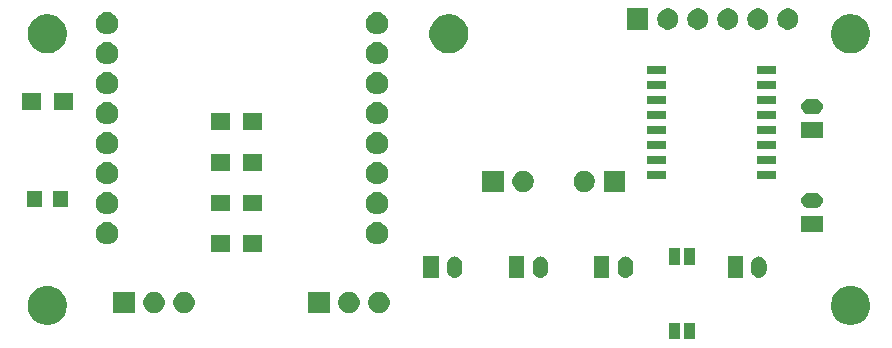
<source format=gbr>
G04 #@! TF.GenerationSoftware,KiCad,Pcbnew,(5.1.5)-3*
G04 #@! TF.CreationDate,2020-09-11T08:57:55+01:00*
G04 #@! TF.ProjectId,ESPControllerCircuit,45535043-6f6e-4747-926f-6c6c65724369,rev?*
G04 #@! TF.SameCoordinates,Original*
G04 #@! TF.FileFunction,Soldermask,Top*
G04 #@! TF.FilePolarity,Negative*
%FSLAX46Y46*%
G04 Gerber Fmt 4.6, Leading zero omitted, Abs format (unit mm)*
G04 Created by KiCad (PCBNEW (5.1.5)-3) date 2020-09-11 08:57:55*
%MOMM*%
%LPD*%
G04 APERTURE LIST*
%ADD10C,0.100000*%
G04 APERTURE END LIST*
D10*
G36*
X130841000Y-131351000D02*
G01*
X129939000Y-131351000D01*
X129939000Y-129949000D01*
X130841000Y-129949000D01*
X130841000Y-131351000D01*
G37*
G36*
X129561000Y-131351000D02*
G01*
X128659000Y-131351000D01*
X128659000Y-129949000D01*
X129561000Y-129949000D01*
X129561000Y-131351000D01*
G37*
G36*
X76375256Y-126891298D02*
G01*
X76481579Y-126912447D01*
X76782042Y-127036903D01*
X77052451Y-127217585D01*
X77282415Y-127447549D01*
X77463097Y-127717958D01*
X77574616Y-127987188D01*
X77587553Y-128018422D01*
X77651000Y-128337389D01*
X77651000Y-128662611D01*
X77618827Y-128824353D01*
X77587553Y-128981579D01*
X77463097Y-129282042D01*
X77282415Y-129552451D01*
X77052451Y-129782415D01*
X76782042Y-129963097D01*
X76481579Y-130087553D01*
X76375256Y-130108702D01*
X76162611Y-130151000D01*
X75837389Y-130151000D01*
X75624744Y-130108702D01*
X75518421Y-130087553D01*
X75217958Y-129963097D01*
X74947549Y-129782415D01*
X74717585Y-129552451D01*
X74536903Y-129282042D01*
X74412447Y-128981579D01*
X74381173Y-128824353D01*
X74349000Y-128662611D01*
X74349000Y-128337389D01*
X74412447Y-128018422D01*
X74425385Y-127987188D01*
X74536903Y-127717958D01*
X74717585Y-127447549D01*
X74947549Y-127217585D01*
X75217958Y-127036903D01*
X75518421Y-126912447D01*
X75624744Y-126891298D01*
X75837389Y-126849000D01*
X76162611Y-126849000D01*
X76375256Y-126891298D01*
G37*
G36*
X144375256Y-126891298D02*
G01*
X144481579Y-126912447D01*
X144782042Y-127036903D01*
X145052451Y-127217585D01*
X145282415Y-127447549D01*
X145463097Y-127717958D01*
X145574616Y-127987188D01*
X145587553Y-128018422D01*
X145651000Y-128337389D01*
X145651000Y-128662611D01*
X145618827Y-128824353D01*
X145587553Y-128981579D01*
X145463097Y-129282042D01*
X145282415Y-129552451D01*
X145052451Y-129782415D01*
X144782042Y-129963097D01*
X144481579Y-130087553D01*
X144375256Y-130108702D01*
X144162611Y-130151000D01*
X143837389Y-130151000D01*
X143624744Y-130108702D01*
X143518421Y-130087553D01*
X143217958Y-129963097D01*
X142947549Y-129782415D01*
X142717585Y-129552451D01*
X142536903Y-129282042D01*
X142412447Y-128981579D01*
X142381173Y-128824353D01*
X142349000Y-128662611D01*
X142349000Y-128337389D01*
X142412447Y-128018422D01*
X142425385Y-127987188D01*
X142536903Y-127717958D01*
X142717585Y-127447549D01*
X142947549Y-127217585D01*
X143217958Y-127036903D01*
X143518421Y-126912447D01*
X143624744Y-126891298D01*
X143837389Y-126849000D01*
X144162611Y-126849000D01*
X144375256Y-126891298D01*
G37*
G36*
X87693512Y-127353927D02*
G01*
X87842812Y-127383624D01*
X88006784Y-127451544D01*
X88154354Y-127550147D01*
X88279853Y-127675646D01*
X88378456Y-127823216D01*
X88446376Y-127987188D01*
X88481000Y-128161259D01*
X88481000Y-128338741D01*
X88446376Y-128512812D01*
X88378456Y-128676784D01*
X88279853Y-128824354D01*
X88154354Y-128949853D01*
X88006784Y-129048456D01*
X87842812Y-129116376D01*
X87693512Y-129146073D01*
X87668742Y-129151000D01*
X87491258Y-129151000D01*
X87466488Y-129146073D01*
X87317188Y-129116376D01*
X87153216Y-129048456D01*
X87005646Y-128949853D01*
X86880147Y-128824354D01*
X86781544Y-128676784D01*
X86713624Y-128512812D01*
X86679000Y-128338741D01*
X86679000Y-128161259D01*
X86713624Y-127987188D01*
X86781544Y-127823216D01*
X86880147Y-127675646D01*
X87005646Y-127550147D01*
X87153216Y-127451544D01*
X87317188Y-127383624D01*
X87466488Y-127353927D01*
X87491258Y-127349000D01*
X87668742Y-127349000D01*
X87693512Y-127353927D01*
G37*
G36*
X85153512Y-127353927D02*
G01*
X85302812Y-127383624D01*
X85466784Y-127451544D01*
X85614354Y-127550147D01*
X85739853Y-127675646D01*
X85838456Y-127823216D01*
X85906376Y-127987188D01*
X85941000Y-128161259D01*
X85941000Y-128338741D01*
X85906376Y-128512812D01*
X85838456Y-128676784D01*
X85739853Y-128824354D01*
X85614354Y-128949853D01*
X85466784Y-129048456D01*
X85302812Y-129116376D01*
X85153512Y-129146073D01*
X85128742Y-129151000D01*
X84951258Y-129151000D01*
X84926488Y-129146073D01*
X84777188Y-129116376D01*
X84613216Y-129048456D01*
X84465646Y-128949853D01*
X84340147Y-128824354D01*
X84241544Y-128676784D01*
X84173624Y-128512812D01*
X84139000Y-128338741D01*
X84139000Y-128161259D01*
X84173624Y-127987188D01*
X84241544Y-127823216D01*
X84340147Y-127675646D01*
X84465646Y-127550147D01*
X84613216Y-127451544D01*
X84777188Y-127383624D01*
X84926488Y-127353927D01*
X84951258Y-127349000D01*
X85128742Y-127349000D01*
X85153512Y-127353927D01*
G37*
G36*
X83401000Y-129151000D02*
G01*
X81599000Y-129151000D01*
X81599000Y-127349000D01*
X83401000Y-127349000D01*
X83401000Y-129151000D01*
G37*
G36*
X104193512Y-127353927D02*
G01*
X104342812Y-127383624D01*
X104506784Y-127451544D01*
X104654354Y-127550147D01*
X104779853Y-127675646D01*
X104878456Y-127823216D01*
X104946376Y-127987188D01*
X104981000Y-128161259D01*
X104981000Y-128338741D01*
X104946376Y-128512812D01*
X104878456Y-128676784D01*
X104779853Y-128824354D01*
X104654354Y-128949853D01*
X104506784Y-129048456D01*
X104342812Y-129116376D01*
X104193512Y-129146073D01*
X104168742Y-129151000D01*
X103991258Y-129151000D01*
X103966488Y-129146073D01*
X103817188Y-129116376D01*
X103653216Y-129048456D01*
X103505646Y-128949853D01*
X103380147Y-128824354D01*
X103281544Y-128676784D01*
X103213624Y-128512812D01*
X103179000Y-128338741D01*
X103179000Y-128161259D01*
X103213624Y-127987188D01*
X103281544Y-127823216D01*
X103380147Y-127675646D01*
X103505646Y-127550147D01*
X103653216Y-127451544D01*
X103817188Y-127383624D01*
X103966488Y-127353927D01*
X103991258Y-127349000D01*
X104168742Y-127349000D01*
X104193512Y-127353927D01*
G37*
G36*
X101653512Y-127353927D02*
G01*
X101802812Y-127383624D01*
X101966784Y-127451544D01*
X102114354Y-127550147D01*
X102239853Y-127675646D01*
X102338456Y-127823216D01*
X102406376Y-127987188D01*
X102441000Y-128161259D01*
X102441000Y-128338741D01*
X102406376Y-128512812D01*
X102338456Y-128676784D01*
X102239853Y-128824354D01*
X102114354Y-128949853D01*
X101966784Y-129048456D01*
X101802812Y-129116376D01*
X101653512Y-129146073D01*
X101628742Y-129151000D01*
X101451258Y-129151000D01*
X101426488Y-129146073D01*
X101277188Y-129116376D01*
X101113216Y-129048456D01*
X100965646Y-128949853D01*
X100840147Y-128824354D01*
X100741544Y-128676784D01*
X100673624Y-128512812D01*
X100639000Y-128338741D01*
X100639000Y-128161259D01*
X100673624Y-127987188D01*
X100741544Y-127823216D01*
X100840147Y-127675646D01*
X100965646Y-127550147D01*
X101113216Y-127451544D01*
X101277188Y-127383624D01*
X101426488Y-127353927D01*
X101451258Y-127349000D01*
X101628742Y-127349000D01*
X101653512Y-127353927D01*
G37*
G36*
X99901000Y-129151000D02*
G01*
X98099000Y-129151000D01*
X98099000Y-127349000D01*
X99901000Y-127349000D01*
X99901000Y-129151000D01*
G37*
G36*
X117877617Y-124358420D02*
G01*
X117968403Y-124385960D01*
X118000335Y-124395646D01*
X118113424Y-124456094D01*
X118212554Y-124537447D01*
X118293906Y-124636575D01*
X118354354Y-124749664D01*
X118364040Y-124781596D01*
X118391580Y-124872382D01*
X118401000Y-124968027D01*
X118401000Y-125531973D01*
X118391580Y-125627618D01*
X118364040Y-125718404D01*
X118354354Y-125750336D01*
X118293906Y-125863425D01*
X118212554Y-125962554D01*
X118113425Y-126043906D01*
X118000336Y-126104354D01*
X117968404Y-126114040D01*
X117877618Y-126141580D01*
X117750000Y-126154149D01*
X117622383Y-126141580D01*
X117531597Y-126114040D01*
X117499665Y-126104354D01*
X117386576Y-126043906D01*
X117287447Y-125962553D01*
X117206094Y-125863425D01*
X117145646Y-125750336D01*
X117135960Y-125718404D01*
X117108420Y-125627618D01*
X117099000Y-125531973D01*
X117099000Y-124968028D01*
X117108420Y-124872383D01*
X117145645Y-124749669D01*
X117145646Y-124749665D01*
X117206094Y-124636576D01*
X117287447Y-124537446D01*
X117386575Y-124456094D01*
X117499664Y-124395646D01*
X117531596Y-124385960D01*
X117622382Y-124358420D01*
X117750000Y-124345851D01*
X117877617Y-124358420D01*
G37*
G36*
X110627617Y-124358420D02*
G01*
X110718403Y-124385960D01*
X110750335Y-124395646D01*
X110863424Y-124456094D01*
X110962554Y-124537447D01*
X111043906Y-124636575D01*
X111104354Y-124749664D01*
X111114040Y-124781596D01*
X111141580Y-124872382D01*
X111151000Y-124968027D01*
X111151000Y-125531973D01*
X111141580Y-125627618D01*
X111114040Y-125718404D01*
X111104354Y-125750336D01*
X111043906Y-125863425D01*
X110962554Y-125962554D01*
X110863425Y-126043906D01*
X110750336Y-126104354D01*
X110718404Y-126114040D01*
X110627618Y-126141580D01*
X110500000Y-126154149D01*
X110372383Y-126141580D01*
X110281597Y-126114040D01*
X110249665Y-126104354D01*
X110136576Y-126043906D01*
X110037447Y-125962553D01*
X109956094Y-125863425D01*
X109895646Y-125750336D01*
X109885960Y-125718404D01*
X109858420Y-125627618D01*
X109849000Y-125531973D01*
X109849000Y-124968028D01*
X109858420Y-124872383D01*
X109895645Y-124749669D01*
X109895646Y-124749665D01*
X109956094Y-124636576D01*
X110037447Y-124537446D01*
X110136575Y-124456094D01*
X110249664Y-124395646D01*
X110281596Y-124385960D01*
X110372382Y-124358420D01*
X110500000Y-124345851D01*
X110627617Y-124358420D01*
G37*
G36*
X136377617Y-124358420D02*
G01*
X136468403Y-124385960D01*
X136500335Y-124395646D01*
X136613424Y-124456094D01*
X136712554Y-124537447D01*
X136793906Y-124636575D01*
X136854354Y-124749664D01*
X136864040Y-124781596D01*
X136891580Y-124872382D01*
X136901000Y-124968027D01*
X136901000Y-125531973D01*
X136891580Y-125627618D01*
X136864040Y-125718404D01*
X136854354Y-125750336D01*
X136793906Y-125863425D01*
X136712554Y-125962554D01*
X136613425Y-126043906D01*
X136500336Y-126104354D01*
X136468404Y-126114040D01*
X136377618Y-126141580D01*
X136250000Y-126154149D01*
X136122383Y-126141580D01*
X136031597Y-126114040D01*
X135999665Y-126104354D01*
X135886576Y-126043906D01*
X135787447Y-125962553D01*
X135706094Y-125863425D01*
X135645646Y-125750336D01*
X135635960Y-125718404D01*
X135608420Y-125627618D01*
X135599000Y-125531973D01*
X135599000Y-124968028D01*
X135608420Y-124872383D01*
X135645645Y-124749669D01*
X135645646Y-124749665D01*
X135706094Y-124636576D01*
X135787447Y-124537446D01*
X135886575Y-124456094D01*
X135999664Y-124395646D01*
X136031596Y-124385960D01*
X136122382Y-124358420D01*
X136250000Y-124345851D01*
X136377617Y-124358420D01*
G37*
G36*
X125077617Y-124358420D02*
G01*
X125168403Y-124385960D01*
X125200335Y-124395646D01*
X125313424Y-124456094D01*
X125412554Y-124537447D01*
X125493906Y-124636575D01*
X125554354Y-124749664D01*
X125564040Y-124781596D01*
X125591580Y-124872382D01*
X125601000Y-124968027D01*
X125601000Y-125531973D01*
X125591580Y-125627618D01*
X125564040Y-125718404D01*
X125554354Y-125750336D01*
X125493906Y-125863425D01*
X125412554Y-125962554D01*
X125313425Y-126043906D01*
X125200336Y-126104354D01*
X125168404Y-126114040D01*
X125077618Y-126141580D01*
X124950000Y-126154149D01*
X124822383Y-126141580D01*
X124731597Y-126114040D01*
X124699665Y-126104354D01*
X124586576Y-126043906D01*
X124487447Y-125962553D01*
X124406094Y-125863425D01*
X124345646Y-125750336D01*
X124335960Y-125718404D01*
X124308420Y-125627618D01*
X124299000Y-125531973D01*
X124299000Y-124968028D01*
X124308420Y-124872383D01*
X124345645Y-124749669D01*
X124345646Y-124749665D01*
X124406094Y-124636576D01*
X124487447Y-124537446D01*
X124586575Y-124456094D01*
X124699664Y-124395646D01*
X124731596Y-124385960D01*
X124822382Y-124358420D01*
X124950000Y-124345851D01*
X125077617Y-124358420D01*
G37*
G36*
X116401000Y-126151000D02*
G01*
X115099000Y-126151000D01*
X115099000Y-124349000D01*
X116401000Y-124349000D01*
X116401000Y-126151000D01*
G37*
G36*
X123601000Y-126151000D02*
G01*
X122299000Y-126151000D01*
X122299000Y-124349000D01*
X123601000Y-124349000D01*
X123601000Y-126151000D01*
G37*
G36*
X134901000Y-126151000D02*
G01*
X133599000Y-126151000D01*
X133599000Y-124349000D01*
X134901000Y-124349000D01*
X134901000Y-126151000D01*
G37*
G36*
X109151000Y-126151000D02*
G01*
X107849000Y-126151000D01*
X107849000Y-124349000D01*
X109151000Y-124349000D01*
X109151000Y-126151000D01*
G37*
G36*
X130841000Y-125051000D02*
G01*
X129939000Y-125051000D01*
X129939000Y-123649000D01*
X130841000Y-123649000D01*
X130841000Y-125051000D01*
G37*
G36*
X129561000Y-125051000D02*
G01*
X128659000Y-125051000D01*
X128659000Y-123649000D01*
X129561000Y-123649000D01*
X129561000Y-125051000D01*
G37*
G36*
X94151000Y-123951000D02*
G01*
X92549000Y-123951000D01*
X92549000Y-122549000D01*
X94151000Y-122549000D01*
X94151000Y-123951000D01*
G37*
G36*
X91451000Y-123951000D02*
G01*
X89849000Y-123951000D01*
X89849000Y-122549000D01*
X91451000Y-122549000D01*
X91451000Y-123951000D01*
G37*
G36*
X104207395Y-121475546D02*
G01*
X104380466Y-121547234D01*
X104380467Y-121547235D01*
X104536227Y-121651310D01*
X104668690Y-121783773D01*
X104668691Y-121783775D01*
X104772766Y-121939534D01*
X104844454Y-122112605D01*
X104881000Y-122296333D01*
X104881000Y-122483667D01*
X104844454Y-122667395D01*
X104772766Y-122840466D01*
X104772765Y-122840467D01*
X104668690Y-122996227D01*
X104536227Y-123128690D01*
X104457818Y-123181081D01*
X104380466Y-123232766D01*
X104207395Y-123304454D01*
X104023667Y-123341000D01*
X103836333Y-123341000D01*
X103652605Y-123304454D01*
X103479534Y-123232766D01*
X103402182Y-123181081D01*
X103323773Y-123128690D01*
X103191310Y-122996227D01*
X103087235Y-122840467D01*
X103087234Y-122840466D01*
X103015546Y-122667395D01*
X102979000Y-122483667D01*
X102979000Y-122296333D01*
X103015546Y-122112605D01*
X103087234Y-121939534D01*
X103191309Y-121783775D01*
X103191310Y-121783773D01*
X103323773Y-121651310D01*
X103479533Y-121547235D01*
X103479534Y-121547234D01*
X103652605Y-121475546D01*
X103836333Y-121439000D01*
X104023667Y-121439000D01*
X104207395Y-121475546D01*
G37*
G36*
X81347395Y-121475546D02*
G01*
X81520466Y-121547234D01*
X81520467Y-121547235D01*
X81676227Y-121651310D01*
X81808690Y-121783773D01*
X81808691Y-121783775D01*
X81912766Y-121939534D01*
X81984454Y-122112605D01*
X82021000Y-122296333D01*
X82021000Y-122483667D01*
X81984454Y-122667395D01*
X81912766Y-122840466D01*
X81912765Y-122840467D01*
X81808690Y-122996227D01*
X81676227Y-123128690D01*
X81597818Y-123181081D01*
X81520466Y-123232766D01*
X81347395Y-123304454D01*
X81163667Y-123341000D01*
X80976333Y-123341000D01*
X80792605Y-123304454D01*
X80619534Y-123232766D01*
X80542182Y-123181081D01*
X80463773Y-123128690D01*
X80331310Y-122996227D01*
X80227235Y-122840467D01*
X80227234Y-122840466D01*
X80155546Y-122667395D01*
X80119000Y-122483667D01*
X80119000Y-122296333D01*
X80155546Y-122112605D01*
X80227234Y-121939534D01*
X80331309Y-121783775D01*
X80331310Y-121783773D01*
X80463773Y-121651310D01*
X80619533Y-121547235D01*
X80619534Y-121547234D01*
X80792605Y-121475546D01*
X80976333Y-121439000D01*
X81163667Y-121439000D01*
X81347395Y-121475546D01*
G37*
G36*
X141651000Y-122251000D02*
G01*
X139849000Y-122251000D01*
X139849000Y-120949000D01*
X141651000Y-120949000D01*
X141651000Y-122251000D01*
G37*
G36*
X81347395Y-118935546D02*
G01*
X81520466Y-119007234D01*
X81520467Y-119007235D01*
X81676227Y-119111310D01*
X81808690Y-119243773D01*
X81808691Y-119243775D01*
X81912766Y-119399534D01*
X81984454Y-119572605D01*
X82021000Y-119756333D01*
X82021000Y-119943667D01*
X81984454Y-120127395D01*
X81912766Y-120300466D01*
X81912765Y-120300467D01*
X81808690Y-120456227D01*
X81676227Y-120588690D01*
X81597818Y-120641081D01*
X81520466Y-120692766D01*
X81347395Y-120764454D01*
X81163667Y-120801000D01*
X80976333Y-120801000D01*
X80792605Y-120764454D01*
X80619534Y-120692766D01*
X80542182Y-120641081D01*
X80463773Y-120588690D01*
X80331310Y-120456227D01*
X80227235Y-120300467D01*
X80227234Y-120300466D01*
X80155546Y-120127395D01*
X80119000Y-119943667D01*
X80119000Y-119756333D01*
X80155546Y-119572605D01*
X80227234Y-119399534D01*
X80331309Y-119243775D01*
X80331310Y-119243773D01*
X80463773Y-119111310D01*
X80619533Y-119007235D01*
X80619534Y-119007234D01*
X80792605Y-118935546D01*
X80976333Y-118899000D01*
X81163667Y-118899000D01*
X81347395Y-118935546D01*
G37*
G36*
X104207395Y-118935546D02*
G01*
X104380466Y-119007234D01*
X104380467Y-119007235D01*
X104536227Y-119111310D01*
X104668690Y-119243773D01*
X104668691Y-119243775D01*
X104772766Y-119399534D01*
X104844454Y-119572605D01*
X104881000Y-119756333D01*
X104881000Y-119943667D01*
X104844454Y-120127395D01*
X104772766Y-120300466D01*
X104772765Y-120300467D01*
X104668690Y-120456227D01*
X104536227Y-120588690D01*
X104457818Y-120641081D01*
X104380466Y-120692766D01*
X104207395Y-120764454D01*
X104023667Y-120801000D01*
X103836333Y-120801000D01*
X103652605Y-120764454D01*
X103479534Y-120692766D01*
X103402182Y-120641081D01*
X103323773Y-120588690D01*
X103191310Y-120456227D01*
X103087235Y-120300467D01*
X103087234Y-120300466D01*
X103015546Y-120127395D01*
X102979000Y-119943667D01*
X102979000Y-119756333D01*
X103015546Y-119572605D01*
X103087234Y-119399534D01*
X103191309Y-119243775D01*
X103191310Y-119243773D01*
X103323773Y-119111310D01*
X103479533Y-119007235D01*
X103479534Y-119007234D01*
X103652605Y-118935546D01*
X103836333Y-118899000D01*
X104023667Y-118899000D01*
X104207395Y-118935546D01*
G37*
G36*
X94151000Y-120513500D02*
G01*
X92549000Y-120513500D01*
X92549000Y-119111500D01*
X94151000Y-119111500D01*
X94151000Y-120513500D01*
G37*
G36*
X91451000Y-120513500D02*
G01*
X89849000Y-120513500D01*
X89849000Y-119111500D01*
X91451000Y-119111500D01*
X91451000Y-120513500D01*
G37*
G36*
X141063855Y-118952140D02*
G01*
X141127618Y-118958420D01*
X141218404Y-118985960D01*
X141250336Y-118995646D01*
X141363425Y-119056094D01*
X141462554Y-119137446D01*
X141543906Y-119236575D01*
X141604354Y-119349664D01*
X141604355Y-119349668D01*
X141641580Y-119472382D01*
X141654149Y-119600000D01*
X141641580Y-119727618D01*
X141614040Y-119818404D01*
X141604354Y-119850336D01*
X141543906Y-119963425D01*
X141462554Y-120062554D01*
X141363425Y-120143906D01*
X141250336Y-120204354D01*
X141218404Y-120214040D01*
X141127618Y-120241580D01*
X141063855Y-120247860D01*
X141031974Y-120251000D01*
X140468026Y-120251000D01*
X140436145Y-120247860D01*
X140372382Y-120241580D01*
X140281596Y-120214040D01*
X140249664Y-120204354D01*
X140136575Y-120143906D01*
X140037446Y-120062554D01*
X139956094Y-119963425D01*
X139895646Y-119850336D01*
X139885960Y-119818404D01*
X139858420Y-119727618D01*
X139845851Y-119600000D01*
X139858420Y-119472382D01*
X139895645Y-119349668D01*
X139895646Y-119349664D01*
X139956094Y-119236575D01*
X140037446Y-119137446D01*
X140136575Y-119056094D01*
X140249664Y-118995646D01*
X140281596Y-118985960D01*
X140372382Y-118958420D01*
X140436145Y-118952140D01*
X140468026Y-118949000D01*
X141031974Y-118949000D01*
X141063855Y-118952140D01*
G37*
G36*
X77751000Y-120151000D02*
G01*
X76449000Y-120151000D01*
X76449000Y-118849000D01*
X77751000Y-118849000D01*
X77751000Y-120151000D01*
G37*
G36*
X75551000Y-120151000D02*
G01*
X74249000Y-120151000D01*
X74249000Y-118849000D01*
X75551000Y-118849000D01*
X75551000Y-120151000D01*
G37*
G36*
X116403512Y-117103927D02*
G01*
X116552812Y-117133624D01*
X116716784Y-117201544D01*
X116864354Y-117300147D01*
X116989853Y-117425646D01*
X117088456Y-117573216D01*
X117156376Y-117737188D01*
X117191000Y-117911259D01*
X117191000Y-118088741D01*
X117156376Y-118262812D01*
X117088456Y-118426784D01*
X116989853Y-118574354D01*
X116864354Y-118699853D01*
X116716784Y-118798456D01*
X116552812Y-118866376D01*
X116403512Y-118896073D01*
X116378742Y-118901000D01*
X116201258Y-118901000D01*
X116176488Y-118896073D01*
X116027188Y-118866376D01*
X115863216Y-118798456D01*
X115715646Y-118699853D01*
X115590147Y-118574354D01*
X115491544Y-118426784D01*
X115423624Y-118262812D01*
X115389000Y-118088741D01*
X115389000Y-117911259D01*
X115423624Y-117737188D01*
X115491544Y-117573216D01*
X115590147Y-117425646D01*
X115715646Y-117300147D01*
X115863216Y-117201544D01*
X116027188Y-117133624D01*
X116176488Y-117103927D01*
X116201258Y-117099000D01*
X116378742Y-117099000D01*
X116403512Y-117103927D01*
G37*
G36*
X114651000Y-118901000D02*
G01*
X112849000Y-118901000D01*
X112849000Y-117099000D01*
X114651000Y-117099000D01*
X114651000Y-118901000D01*
G37*
G36*
X121573512Y-117103927D02*
G01*
X121722812Y-117133624D01*
X121886784Y-117201544D01*
X122034354Y-117300147D01*
X122159853Y-117425646D01*
X122258456Y-117573216D01*
X122326376Y-117737188D01*
X122361000Y-117911259D01*
X122361000Y-118088741D01*
X122326376Y-118262812D01*
X122258456Y-118426784D01*
X122159853Y-118574354D01*
X122034354Y-118699853D01*
X121886784Y-118798456D01*
X121722812Y-118866376D01*
X121573512Y-118896073D01*
X121548742Y-118901000D01*
X121371258Y-118901000D01*
X121346488Y-118896073D01*
X121197188Y-118866376D01*
X121033216Y-118798456D01*
X120885646Y-118699853D01*
X120760147Y-118574354D01*
X120661544Y-118426784D01*
X120593624Y-118262812D01*
X120559000Y-118088741D01*
X120559000Y-117911259D01*
X120593624Y-117737188D01*
X120661544Y-117573216D01*
X120760147Y-117425646D01*
X120885646Y-117300147D01*
X121033216Y-117201544D01*
X121197188Y-117133624D01*
X121346488Y-117103927D01*
X121371258Y-117099000D01*
X121548742Y-117099000D01*
X121573512Y-117103927D01*
G37*
G36*
X124901000Y-118901000D02*
G01*
X123099000Y-118901000D01*
X123099000Y-117099000D01*
X124901000Y-117099000D01*
X124901000Y-118901000D01*
G37*
G36*
X81347395Y-116395546D02*
G01*
X81520466Y-116467234D01*
X81520467Y-116467235D01*
X81676227Y-116571310D01*
X81808690Y-116703773D01*
X81808691Y-116703775D01*
X81912766Y-116859534D01*
X81984454Y-117032605D01*
X82021000Y-117216333D01*
X82021000Y-117403667D01*
X81984454Y-117587395D01*
X81912766Y-117760466D01*
X81912765Y-117760467D01*
X81808690Y-117916227D01*
X81676227Y-118048690D01*
X81616286Y-118088741D01*
X81520466Y-118152766D01*
X81347395Y-118224454D01*
X81163667Y-118261000D01*
X80976333Y-118261000D01*
X80792605Y-118224454D01*
X80619534Y-118152766D01*
X80523714Y-118088741D01*
X80463773Y-118048690D01*
X80331310Y-117916227D01*
X80227235Y-117760467D01*
X80227234Y-117760466D01*
X80155546Y-117587395D01*
X80119000Y-117403667D01*
X80119000Y-117216333D01*
X80155546Y-117032605D01*
X80227234Y-116859534D01*
X80331309Y-116703775D01*
X80331310Y-116703773D01*
X80463773Y-116571310D01*
X80619533Y-116467235D01*
X80619534Y-116467234D01*
X80792605Y-116395546D01*
X80976333Y-116359000D01*
X81163667Y-116359000D01*
X81347395Y-116395546D01*
G37*
G36*
X104207395Y-116395546D02*
G01*
X104380466Y-116467234D01*
X104380467Y-116467235D01*
X104536227Y-116571310D01*
X104668690Y-116703773D01*
X104668691Y-116703775D01*
X104772766Y-116859534D01*
X104844454Y-117032605D01*
X104881000Y-117216333D01*
X104881000Y-117403667D01*
X104844454Y-117587395D01*
X104772766Y-117760466D01*
X104772765Y-117760467D01*
X104668690Y-117916227D01*
X104536227Y-118048690D01*
X104476286Y-118088741D01*
X104380466Y-118152766D01*
X104207395Y-118224454D01*
X104023667Y-118261000D01*
X103836333Y-118261000D01*
X103652605Y-118224454D01*
X103479534Y-118152766D01*
X103383714Y-118088741D01*
X103323773Y-118048690D01*
X103191310Y-117916227D01*
X103087235Y-117760467D01*
X103087234Y-117760466D01*
X103015546Y-117587395D01*
X102979000Y-117403667D01*
X102979000Y-117216333D01*
X103015546Y-117032605D01*
X103087234Y-116859534D01*
X103191309Y-116703775D01*
X103191310Y-116703773D01*
X103323773Y-116571310D01*
X103479533Y-116467235D01*
X103479534Y-116467234D01*
X103652605Y-116395546D01*
X103836333Y-116359000D01*
X104023667Y-116359000D01*
X104207395Y-116395546D01*
G37*
G36*
X128401000Y-117796000D02*
G01*
X126799000Y-117796000D01*
X126799000Y-117094000D01*
X128401000Y-117094000D01*
X128401000Y-117796000D01*
G37*
G36*
X137701000Y-117796000D02*
G01*
X136099000Y-117796000D01*
X136099000Y-117094000D01*
X137701000Y-117094000D01*
X137701000Y-117796000D01*
G37*
G36*
X91451000Y-117076000D02*
G01*
X89849000Y-117076000D01*
X89849000Y-115674000D01*
X91451000Y-115674000D01*
X91451000Y-117076000D01*
G37*
G36*
X94151000Y-117076000D02*
G01*
X92549000Y-117076000D01*
X92549000Y-115674000D01*
X94151000Y-115674000D01*
X94151000Y-117076000D01*
G37*
G36*
X137701000Y-116526000D02*
G01*
X136099000Y-116526000D01*
X136099000Y-115824000D01*
X137701000Y-115824000D01*
X137701000Y-116526000D01*
G37*
G36*
X128401000Y-116526000D02*
G01*
X126799000Y-116526000D01*
X126799000Y-115824000D01*
X128401000Y-115824000D01*
X128401000Y-116526000D01*
G37*
G36*
X81347395Y-113855546D02*
G01*
X81520466Y-113927234D01*
X81520467Y-113927235D01*
X81676227Y-114031310D01*
X81808690Y-114163773D01*
X81808691Y-114163775D01*
X81912766Y-114319534D01*
X81984454Y-114492605D01*
X82021000Y-114676333D01*
X82021000Y-114863667D01*
X81984454Y-115047395D01*
X81912766Y-115220466D01*
X81912765Y-115220467D01*
X81808690Y-115376227D01*
X81676227Y-115508690D01*
X81597818Y-115561081D01*
X81520466Y-115612766D01*
X81347395Y-115684454D01*
X81163667Y-115721000D01*
X80976333Y-115721000D01*
X80792605Y-115684454D01*
X80619534Y-115612766D01*
X80542182Y-115561081D01*
X80463773Y-115508690D01*
X80331310Y-115376227D01*
X80227235Y-115220467D01*
X80227234Y-115220466D01*
X80155546Y-115047395D01*
X80119000Y-114863667D01*
X80119000Y-114676333D01*
X80155546Y-114492605D01*
X80227234Y-114319534D01*
X80331309Y-114163775D01*
X80331310Y-114163773D01*
X80463773Y-114031310D01*
X80619533Y-113927235D01*
X80619534Y-113927234D01*
X80792605Y-113855546D01*
X80976333Y-113819000D01*
X81163667Y-113819000D01*
X81347395Y-113855546D01*
G37*
G36*
X104207395Y-113855546D02*
G01*
X104380466Y-113927234D01*
X104380467Y-113927235D01*
X104536227Y-114031310D01*
X104668690Y-114163773D01*
X104668691Y-114163775D01*
X104772766Y-114319534D01*
X104844454Y-114492605D01*
X104881000Y-114676333D01*
X104881000Y-114863667D01*
X104844454Y-115047395D01*
X104772766Y-115220466D01*
X104772765Y-115220467D01*
X104668690Y-115376227D01*
X104536227Y-115508690D01*
X104457818Y-115561081D01*
X104380466Y-115612766D01*
X104207395Y-115684454D01*
X104023667Y-115721000D01*
X103836333Y-115721000D01*
X103652605Y-115684454D01*
X103479534Y-115612766D01*
X103402182Y-115561081D01*
X103323773Y-115508690D01*
X103191310Y-115376227D01*
X103087235Y-115220467D01*
X103087234Y-115220466D01*
X103015546Y-115047395D01*
X102979000Y-114863667D01*
X102979000Y-114676333D01*
X103015546Y-114492605D01*
X103087234Y-114319534D01*
X103191309Y-114163775D01*
X103191310Y-114163773D01*
X103323773Y-114031310D01*
X103479533Y-113927235D01*
X103479534Y-113927234D01*
X103652605Y-113855546D01*
X103836333Y-113819000D01*
X104023667Y-113819000D01*
X104207395Y-113855546D01*
G37*
G36*
X137701000Y-115256000D02*
G01*
X136099000Y-115256000D01*
X136099000Y-114554000D01*
X137701000Y-114554000D01*
X137701000Y-115256000D01*
G37*
G36*
X128401000Y-115256000D02*
G01*
X126799000Y-115256000D01*
X126799000Y-114554000D01*
X128401000Y-114554000D01*
X128401000Y-115256000D01*
G37*
G36*
X141651000Y-114301000D02*
G01*
X139849000Y-114301000D01*
X139849000Y-112999000D01*
X141651000Y-112999000D01*
X141651000Y-114301000D01*
G37*
G36*
X128401000Y-113986000D02*
G01*
X126799000Y-113986000D01*
X126799000Y-113284000D01*
X128401000Y-113284000D01*
X128401000Y-113986000D01*
G37*
G36*
X137701000Y-113986000D02*
G01*
X136099000Y-113986000D01*
X136099000Y-113284000D01*
X137701000Y-113284000D01*
X137701000Y-113986000D01*
G37*
G36*
X91451000Y-113638500D02*
G01*
X89849000Y-113638500D01*
X89849000Y-112236500D01*
X91451000Y-112236500D01*
X91451000Y-113638500D01*
G37*
G36*
X94151000Y-113638500D02*
G01*
X92549000Y-113638500D01*
X92549000Y-112236500D01*
X94151000Y-112236500D01*
X94151000Y-113638500D01*
G37*
G36*
X104207395Y-111315546D02*
G01*
X104380466Y-111387234D01*
X104457818Y-111438919D01*
X104536227Y-111491310D01*
X104668690Y-111623773D01*
X104668691Y-111623775D01*
X104772766Y-111779534D01*
X104844454Y-111952605D01*
X104881000Y-112136333D01*
X104881000Y-112323667D01*
X104844454Y-112507395D01*
X104772766Y-112680466D01*
X104772765Y-112680467D01*
X104668690Y-112836227D01*
X104536227Y-112968690D01*
X104457818Y-113021081D01*
X104380466Y-113072766D01*
X104207395Y-113144454D01*
X104023667Y-113181000D01*
X103836333Y-113181000D01*
X103652605Y-113144454D01*
X103479534Y-113072766D01*
X103402182Y-113021081D01*
X103323773Y-112968690D01*
X103191310Y-112836227D01*
X103087235Y-112680467D01*
X103087234Y-112680466D01*
X103015546Y-112507395D01*
X102979000Y-112323667D01*
X102979000Y-112136333D01*
X103015546Y-111952605D01*
X103087234Y-111779534D01*
X103191309Y-111623775D01*
X103191310Y-111623773D01*
X103323773Y-111491310D01*
X103402182Y-111438919D01*
X103479534Y-111387234D01*
X103652605Y-111315546D01*
X103836333Y-111279000D01*
X104023667Y-111279000D01*
X104207395Y-111315546D01*
G37*
G36*
X81347395Y-111315546D02*
G01*
X81520466Y-111387234D01*
X81597818Y-111438919D01*
X81676227Y-111491310D01*
X81808690Y-111623773D01*
X81808691Y-111623775D01*
X81912766Y-111779534D01*
X81984454Y-111952605D01*
X82021000Y-112136333D01*
X82021000Y-112323667D01*
X81984454Y-112507395D01*
X81912766Y-112680466D01*
X81912765Y-112680467D01*
X81808690Y-112836227D01*
X81676227Y-112968690D01*
X81597818Y-113021081D01*
X81520466Y-113072766D01*
X81347395Y-113144454D01*
X81163667Y-113181000D01*
X80976333Y-113181000D01*
X80792605Y-113144454D01*
X80619534Y-113072766D01*
X80542182Y-113021081D01*
X80463773Y-112968690D01*
X80331310Y-112836227D01*
X80227235Y-112680467D01*
X80227234Y-112680466D01*
X80155546Y-112507395D01*
X80119000Y-112323667D01*
X80119000Y-112136333D01*
X80155546Y-111952605D01*
X80227234Y-111779534D01*
X80331309Y-111623775D01*
X80331310Y-111623773D01*
X80463773Y-111491310D01*
X80542182Y-111438919D01*
X80619534Y-111387234D01*
X80792605Y-111315546D01*
X80976333Y-111279000D01*
X81163667Y-111279000D01*
X81347395Y-111315546D01*
G37*
G36*
X137701000Y-112716000D02*
G01*
X136099000Y-112716000D01*
X136099000Y-112014000D01*
X137701000Y-112014000D01*
X137701000Y-112716000D01*
G37*
G36*
X128401000Y-112716000D02*
G01*
X126799000Y-112716000D01*
X126799000Y-112014000D01*
X128401000Y-112014000D01*
X128401000Y-112716000D01*
G37*
G36*
X141063855Y-111002140D02*
G01*
X141127618Y-111008420D01*
X141218404Y-111035960D01*
X141250336Y-111045646D01*
X141363425Y-111106094D01*
X141462554Y-111187446D01*
X141543906Y-111286575D01*
X141604354Y-111399664D01*
X141604355Y-111399668D01*
X141641580Y-111522382D01*
X141654149Y-111650000D01*
X141641580Y-111777618D01*
X141614040Y-111868404D01*
X141604354Y-111900336D01*
X141543906Y-112013425D01*
X141462554Y-112112554D01*
X141363425Y-112193906D01*
X141250336Y-112254354D01*
X141218404Y-112264040D01*
X141127618Y-112291580D01*
X141063855Y-112297860D01*
X141031974Y-112301000D01*
X140468026Y-112301000D01*
X140436145Y-112297860D01*
X140372382Y-112291580D01*
X140281596Y-112264040D01*
X140249664Y-112254354D01*
X140136575Y-112193906D01*
X140037446Y-112112554D01*
X139956094Y-112013425D01*
X139895646Y-111900336D01*
X139885960Y-111868404D01*
X139858420Y-111777618D01*
X139845851Y-111650000D01*
X139858420Y-111522382D01*
X139895645Y-111399668D01*
X139895646Y-111399664D01*
X139956094Y-111286575D01*
X140037446Y-111187446D01*
X140136575Y-111106094D01*
X140249664Y-111045646D01*
X140281596Y-111035960D01*
X140372382Y-111008420D01*
X140436145Y-111002140D01*
X140468026Y-110999000D01*
X141031974Y-110999000D01*
X141063855Y-111002140D01*
G37*
G36*
X75451000Y-111951000D02*
G01*
X73849000Y-111951000D01*
X73849000Y-110549000D01*
X75451000Y-110549000D01*
X75451000Y-111951000D01*
G37*
G36*
X78151000Y-111951000D02*
G01*
X76549000Y-111951000D01*
X76549000Y-110549000D01*
X78151000Y-110549000D01*
X78151000Y-111951000D01*
G37*
G36*
X137701000Y-111446000D02*
G01*
X136099000Y-111446000D01*
X136099000Y-110744000D01*
X137701000Y-110744000D01*
X137701000Y-111446000D01*
G37*
G36*
X128401000Y-111446000D02*
G01*
X126799000Y-111446000D01*
X126799000Y-110744000D01*
X128401000Y-110744000D01*
X128401000Y-111446000D01*
G37*
G36*
X104207395Y-108775546D02*
G01*
X104380466Y-108847234D01*
X104380467Y-108847235D01*
X104536227Y-108951310D01*
X104668690Y-109083773D01*
X104668691Y-109083775D01*
X104772766Y-109239534D01*
X104844454Y-109412605D01*
X104881000Y-109596333D01*
X104881000Y-109783667D01*
X104844454Y-109967395D01*
X104772766Y-110140466D01*
X104772765Y-110140467D01*
X104668690Y-110296227D01*
X104536227Y-110428690D01*
X104457818Y-110481081D01*
X104380466Y-110532766D01*
X104207395Y-110604454D01*
X104023667Y-110641000D01*
X103836333Y-110641000D01*
X103652605Y-110604454D01*
X103479534Y-110532766D01*
X103402182Y-110481081D01*
X103323773Y-110428690D01*
X103191310Y-110296227D01*
X103087235Y-110140467D01*
X103087234Y-110140466D01*
X103015546Y-109967395D01*
X102979000Y-109783667D01*
X102979000Y-109596333D01*
X103015546Y-109412605D01*
X103087234Y-109239534D01*
X103191309Y-109083775D01*
X103191310Y-109083773D01*
X103323773Y-108951310D01*
X103479533Y-108847235D01*
X103479534Y-108847234D01*
X103652605Y-108775546D01*
X103836333Y-108739000D01*
X104023667Y-108739000D01*
X104207395Y-108775546D01*
G37*
G36*
X81347395Y-108775546D02*
G01*
X81520466Y-108847234D01*
X81520467Y-108847235D01*
X81676227Y-108951310D01*
X81808690Y-109083773D01*
X81808691Y-109083775D01*
X81912766Y-109239534D01*
X81984454Y-109412605D01*
X82021000Y-109596333D01*
X82021000Y-109783667D01*
X81984454Y-109967395D01*
X81912766Y-110140466D01*
X81912765Y-110140467D01*
X81808690Y-110296227D01*
X81676227Y-110428690D01*
X81597818Y-110481081D01*
X81520466Y-110532766D01*
X81347395Y-110604454D01*
X81163667Y-110641000D01*
X80976333Y-110641000D01*
X80792605Y-110604454D01*
X80619534Y-110532766D01*
X80542182Y-110481081D01*
X80463773Y-110428690D01*
X80331310Y-110296227D01*
X80227235Y-110140467D01*
X80227234Y-110140466D01*
X80155546Y-109967395D01*
X80119000Y-109783667D01*
X80119000Y-109596333D01*
X80155546Y-109412605D01*
X80227234Y-109239534D01*
X80331309Y-109083775D01*
X80331310Y-109083773D01*
X80463773Y-108951310D01*
X80619533Y-108847235D01*
X80619534Y-108847234D01*
X80792605Y-108775546D01*
X80976333Y-108739000D01*
X81163667Y-108739000D01*
X81347395Y-108775546D01*
G37*
G36*
X137701000Y-110176000D02*
G01*
X136099000Y-110176000D01*
X136099000Y-109474000D01*
X137701000Y-109474000D01*
X137701000Y-110176000D01*
G37*
G36*
X128401000Y-110176000D02*
G01*
X126799000Y-110176000D01*
X126799000Y-109474000D01*
X128401000Y-109474000D01*
X128401000Y-110176000D01*
G37*
G36*
X137701000Y-108906000D02*
G01*
X136099000Y-108906000D01*
X136099000Y-108204000D01*
X137701000Y-108204000D01*
X137701000Y-108906000D01*
G37*
G36*
X128401000Y-108906000D02*
G01*
X126799000Y-108906000D01*
X126799000Y-108204000D01*
X128401000Y-108204000D01*
X128401000Y-108906000D01*
G37*
G36*
X104207395Y-106235546D02*
G01*
X104380466Y-106307234D01*
X104380467Y-106307235D01*
X104536227Y-106411310D01*
X104668690Y-106543773D01*
X104668691Y-106543775D01*
X104772766Y-106699534D01*
X104844454Y-106872605D01*
X104881000Y-107056333D01*
X104881000Y-107243667D01*
X104844454Y-107427395D01*
X104772766Y-107600466D01*
X104772765Y-107600467D01*
X104668690Y-107756227D01*
X104536227Y-107888690D01*
X104457818Y-107941081D01*
X104380466Y-107992766D01*
X104207395Y-108064454D01*
X104023667Y-108101000D01*
X103836333Y-108101000D01*
X103652605Y-108064454D01*
X103479534Y-107992766D01*
X103402182Y-107941081D01*
X103323773Y-107888690D01*
X103191310Y-107756227D01*
X103087235Y-107600467D01*
X103087234Y-107600466D01*
X103015546Y-107427395D01*
X102979000Y-107243667D01*
X102979000Y-107056333D01*
X103015546Y-106872605D01*
X103087234Y-106699534D01*
X103191309Y-106543775D01*
X103191310Y-106543773D01*
X103323773Y-106411310D01*
X103479533Y-106307235D01*
X103479534Y-106307234D01*
X103652605Y-106235546D01*
X103836333Y-106199000D01*
X104023667Y-106199000D01*
X104207395Y-106235546D01*
G37*
G36*
X81347395Y-106235546D02*
G01*
X81520466Y-106307234D01*
X81520467Y-106307235D01*
X81676227Y-106411310D01*
X81808690Y-106543773D01*
X81808691Y-106543775D01*
X81912766Y-106699534D01*
X81984454Y-106872605D01*
X82021000Y-107056333D01*
X82021000Y-107243667D01*
X81984454Y-107427395D01*
X81912766Y-107600466D01*
X81912765Y-107600467D01*
X81808690Y-107756227D01*
X81676227Y-107888690D01*
X81597818Y-107941081D01*
X81520466Y-107992766D01*
X81347395Y-108064454D01*
X81163667Y-108101000D01*
X80976333Y-108101000D01*
X80792605Y-108064454D01*
X80619534Y-107992766D01*
X80542182Y-107941081D01*
X80463773Y-107888690D01*
X80331310Y-107756227D01*
X80227235Y-107600467D01*
X80227234Y-107600466D01*
X80155546Y-107427395D01*
X80119000Y-107243667D01*
X80119000Y-107056333D01*
X80155546Y-106872605D01*
X80227234Y-106699534D01*
X80331309Y-106543775D01*
X80331310Y-106543773D01*
X80463773Y-106411310D01*
X80619533Y-106307235D01*
X80619534Y-106307234D01*
X80792605Y-106235546D01*
X80976333Y-106199000D01*
X81163667Y-106199000D01*
X81347395Y-106235546D01*
G37*
G36*
X76375256Y-103891298D02*
G01*
X76481579Y-103912447D01*
X76782042Y-104036903D01*
X77052451Y-104217585D01*
X77282415Y-104447549D01*
X77463097Y-104717958D01*
X77587553Y-105018421D01*
X77651000Y-105337391D01*
X77651000Y-105662609D01*
X77587553Y-105981579D01*
X77463097Y-106282042D01*
X77282415Y-106552451D01*
X77052451Y-106782415D01*
X76782042Y-106963097D01*
X76481579Y-107087553D01*
X76375256Y-107108702D01*
X76162611Y-107151000D01*
X75837389Y-107151000D01*
X75624744Y-107108702D01*
X75518421Y-107087553D01*
X75217958Y-106963097D01*
X74947549Y-106782415D01*
X74717585Y-106552451D01*
X74536903Y-106282042D01*
X74412447Y-105981579D01*
X74349000Y-105662609D01*
X74349000Y-105337391D01*
X74412447Y-105018421D01*
X74536903Y-104717958D01*
X74717585Y-104447549D01*
X74947549Y-104217585D01*
X75217958Y-104036903D01*
X75518421Y-103912447D01*
X75624744Y-103891298D01*
X75837389Y-103849000D01*
X76162611Y-103849000D01*
X76375256Y-103891298D01*
G37*
G36*
X144375256Y-103891298D02*
G01*
X144481579Y-103912447D01*
X144782042Y-104036903D01*
X145052451Y-104217585D01*
X145282415Y-104447549D01*
X145463097Y-104717958D01*
X145587553Y-105018421D01*
X145651000Y-105337391D01*
X145651000Y-105662609D01*
X145587553Y-105981579D01*
X145463097Y-106282042D01*
X145282415Y-106552451D01*
X145052451Y-106782415D01*
X144782042Y-106963097D01*
X144481579Y-107087553D01*
X144375256Y-107108702D01*
X144162611Y-107151000D01*
X143837389Y-107151000D01*
X143624744Y-107108702D01*
X143518421Y-107087553D01*
X143217958Y-106963097D01*
X142947549Y-106782415D01*
X142717585Y-106552451D01*
X142536903Y-106282042D01*
X142412447Y-105981579D01*
X142349000Y-105662609D01*
X142349000Y-105337391D01*
X142412447Y-105018421D01*
X142536903Y-104717958D01*
X142717585Y-104447549D01*
X142947549Y-104217585D01*
X143217958Y-104036903D01*
X143518421Y-103912447D01*
X143624744Y-103891298D01*
X143837389Y-103849000D01*
X144162611Y-103849000D01*
X144375256Y-103891298D01*
G37*
G36*
X110375256Y-103891298D02*
G01*
X110481579Y-103912447D01*
X110782042Y-104036903D01*
X111052451Y-104217585D01*
X111282415Y-104447549D01*
X111463097Y-104717958D01*
X111587553Y-105018421D01*
X111651000Y-105337391D01*
X111651000Y-105662609D01*
X111587553Y-105981579D01*
X111463097Y-106282042D01*
X111282415Y-106552451D01*
X111052451Y-106782415D01*
X110782042Y-106963097D01*
X110481579Y-107087553D01*
X110375256Y-107108702D01*
X110162611Y-107151000D01*
X109837389Y-107151000D01*
X109624744Y-107108702D01*
X109518421Y-107087553D01*
X109217958Y-106963097D01*
X108947549Y-106782415D01*
X108717585Y-106552451D01*
X108536903Y-106282042D01*
X108412447Y-105981579D01*
X108349000Y-105662609D01*
X108349000Y-105337391D01*
X108412447Y-105018421D01*
X108536903Y-104717958D01*
X108717585Y-104447549D01*
X108947549Y-104217585D01*
X109217958Y-104036903D01*
X109518421Y-103912447D01*
X109624744Y-103891298D01*
X109837389Y-103849000D01*
X110162611Y-103849000D01*
X110375256Y-103891298D01*
G37*
G36*
X104207395Y-103695546D02*
G01*
X104380466Y-103767234D01*
X104380467Y-103767235D01*
X104536227Y-103871310D01*
X104668690Y-104003773D01*
X104721081Y-104082182D01*
X104772766Y-104159534D01*
X104844454Y-104332605D01*
X104881000Y-104516333D01*
X104881000Y-104703667D01*
X104844454Y-104887395D01*
X104772766Y-105060466D01*
X104772765Y-105060467D01*
X104668690Y-105216227D01*
X104536227Y-105348690D01*
X104457818Y-105401081D01*
X104380466Y-105452766D01*
X104207395Y-105524454D01*
X104023667Y-105561000D01*
X103836333Y-105561000D01*
X103652605Y-105524454D01*
X103479534Y-105452766D01*
X103402182Y-105401081D01*
X103323773Y-105348690D01*
X103191310Y-105216227D01*
X103087235Y-105060467D01*
X103087234Y-105060466D01*
X103015546Y-104887395D01*
X102979000Y-104703667D01*
X102979000Y-104516333D01*
X103015546Y-104332605D01*
X103087234Y-104159534D01*
X103138919Y-104082182D01*
X103191310Y-104003773D01*
X103323773Y-103871310D01*
X103479533Y-103767235D01*
X103479534Y-103767234D01*
X103652605Y-103695546D01*
X103836333Y-103659000D01*
X104023667Y-103659000D01*
X104207395Y-103695546D01*
G37*
G36*
X81347395Y-103695546D02*
G01*
X81520466Y-103767234D01*
X81520467Y-103767235D01*
X81676227Y-103871310D01*
X81808690Y-104003773D01*
X81861081Y-104082182D01*
X81912766Y-104159534D01*
X81984454Y-104332605D01*
X82021000Y-104516333D01*
X82021000Y-104703667D01*
X81984454Y-104887395D01*
X81912766Y-105060466D01*
X81912765Y-105060467D01*
X81808690Y-105216227D01*
X81676227Y-105348690D01*
X81597818Y-105401081D01*
X81520466Y-105452766D01*
X81347395Y-105524454D01*
X81163667Y-105561000D01*
X80976333Y-105561000D01*
X80792605Y-105524454D01*
X80619534Y-105452766D01*
X80542182Y-105401081D01*
X80463773Y-105348690D01*
X80331310Y-105216227D01*
X80227235Y-105060467D01*
X80227234Y-105060466D01*
X80155546Y-104887395D01*
X80119000Y-104703667D01*
X80119000Y-104516333D01*
X80155546Y-104332605D01*
X80227234Y-104159534D01*
X80278919Y-104082182D01*
X80331310Y-104003773D01*
X80463773Y-103871310D01*
X80619533Y-103767235D01*
X80619534Y-103767234D01*
X80792605Y-103695546D01*
X80976333Y-103659000D01*
X81163667Y-103659000D01*
X81347395Y-103695546D01*
G37*
G36*
X138813512Y-103353927D02*
G01*
X138962812Y-103383624D01*
X139126784Y-103451544D01*
X139274354Y-103550147D01*
X139399853Y-103675646D01*
X139498456Y-103823216D01*
X139566376Y-103987188D01*
X139601000Y-104161259D01*
X139601000Y-104338741D01*
X139566376Y-104512812D01*
X139498456Y-104676784D01*
X139399853Y-104824354D01*
X139274354Y-104949853D01*
X139126784Y-105048456D01*
X138962812Y-105116376D01*
X138813512Y-105146073D01*
X138788742Y-105151000D01*
X138611258Y-105151000D01*
X138586488Y-105146073D01*
X138437188Y-105116376D01*
X138273216Y-105048456D01*
X138125646Y-104949853D01*
X138000147Y-104824354D01*
X137901544Y-104676784D01*
X137833624Y-104512812D01*
X137799000Y-104338741D01*
X137799000Y-104161259D01*
X137833624Y-103987188D01*
X137901544Y-103823216D01*
X138000147Y-103675646D01*
X138125646Y-103550147D01*
X138273216Y-103451544D01*
X138437188Y-103383624D01*
X138586488Y-103353927D01*
X138611258Y-103349000D01*
X138788742Y-103349000D01*
X138813512Y-103353927D01*
G37*
G36*
X133733512Y-103353927D02*
G01*
X133882812Y-103383624D01*
X134046784Y-103451544D01*
X134194354Y-103550147D01*
X134319853Y-103675646D01*
X134418456Y-103823216D01*
X134486376Y-103987188D01*
X134521000Y-104161259D01*
X134521000Y-104338741D01*
X134486376Y-104512812D01*
X134418456Y-104676784D01*
X134319853Y-104824354D01*
X134194354Y-104949853D01*
X134046784Y-105048456D01*
X133882812Y-105116376D01*
X133733512Y-105146073D01*
X133708742Y-105151000D01*
X133531258Y-105151000D01*
X133506488Y-105146073D01*
X133357188Y-105116376D01*
X133193216Y-105048456D01*
X133045646Y-104949853D01*
X132920147Y-104824354D01*
X132821544Y-104676784D01*
X132753624Y-104512812D01*
X132719000Y-104338741D01*
X132719000Y-104161259D01*
X132753624Y-103987188D01*
X132821544Y-103823216D01*
X132920147Y-103675646D01*
X133045646Y-103550147D01*
X133193216Y-103451544D01*
X133357188Y-103383624D01*
X133506488Y-103353927D01*
X133531258Y-103349000D01*
X133708742Y-103349000D01*
X133733512Y-103353927D01*
G37*
G36*
X131193512Y-103353927D02*
G01*
X131342812Y-103383624D01*
X131506784Y-103451544D01*
X131654354Y-103550147D01*
X131779853Y-103675646D01*
X131878456Y-103823216D01*
X131946376Y-103987188D01*
X131981000Y-104161259D01*
X131981000Y-104338741D01*
X131946376Y-104512812D01*
X131878456Y-104676784D01*
X131779853Y-104824354D01*
X131654354Y-104949853D01*
X131506784Y-105048456D01*
X131342812Y-105116376D01*
X131193512Y-105146073D01*
X131168742Y-105151000D01*
X130991258Y-105151000D01*
X130966488Y-105146073D01*
X130817188Y-105116376D01*
X130653216Y-105048456D01*
X130505646Y-104949853D01*
X130380147Y-104824354D01*
X130281544Y-104676784D01*
X130213624Y-104512812D01*
X130179000Y-104338741D01*
X130179000Y-104161259D01*
X130213624Y-103987188D01*
X130281544Y-103823216D01*
X130380147Y-103675646D01*
X130505646Y-103550147D01*
X130653216Y-103451544D01*
X130817188Y-103383624D01*
X130966488Y-103353927D01*
X130991258Y-103349000D01*
X131168742Y-103349000D01*
X131193512Y-103353927D01*
G37*
G36*
X126901000Y-105151000D02*
G01*
X125099000Y-105151000D01*
X125099000Y-103349000D01*
X126901000Y-103349000D01*
X126901000Y-105151000D01*
G37*
G36*
X128653512Y-103353927D02*
G01*
X128802812Y-103383624D01*
X128966784Y-103451544D01*
X129114354Y-103550147D01*
X129239853Y-103675646D01*
X129338456Y-103823216D01*
X129406376Y-103987188D01*
X129441000Y-104161259D01*
X129441000Y-104338741D01*
X129406376Y-104512812D01*
X129338456Y-104676784D01*
X129239853Y-104824354D01*
X129114354Y-104949853D01*
X128966784Y-105048456D01*
X128802812Y-105116376D01*
X128653512Y-105146073D01*
X128628742Y-105151000D01*
X128451258Y-105151000D01*
X128426488Y-105146073D01*
X128277188Y-105116376D01*
X128113216Y-105048456D01*
X127965646Y-104949853D01*
X127840147Y-104824354D01*
X127741544Y-104676784D01*
X127673624Y-104512812D01*
X127639000Y-104338741D01*
X127639000Y-104161259D01*
X127673624Y-103987188D01*
X127741544Y-103823216D01*
X127840147Y-103675646D01*
X127965646Y-103550147D01*
X128113216Y-103451544D01*
X128277188Y-103383624D01*
X128426488Y-103353927D01*
X128451258Y-103349000D01*
X128628742Y-103349000D01*
X128653512Y-103353927D01*
G37*
G36*
X136273512Y-103353927D02*
G01*
X136422812Y-103383624D01*
X136586784Y-103451544D01*
X136734354Y-103550147D01*
X136859853Y-103675646D01*
X136958456Y-103823216D01*
X137026376Y-103987188D01*
X137061000Y-104161259D01*
X137061000Y-104338741D01*
X137026376Y-104512812D01*
X136958456Y-104676784D01*
X136859853Y-104824354D01*
X136734354Y-104949853D01*
X136586784Y-105048456D01*
X136422812Y-105116376D01*
X136273512Y-105146073D01*
X136248742Y-105151000D01*
X136071258Y-105151000D01*
X136046488Y-105146073D01*
X135897188Y-105116376D01*
X135733216Y-105048456D01*
X135585646Y-104949853D01*
X135460147Y-104824354D01*
X135361544Y-104676784D01*
X135293624Y-104512812D01*
X135259000Y-104338741D01*
X135259000Y-104161259D01*
X135293624Y-103987188D01*
X135361544Y-103823216D01*
X135460147Y-103675646D01*
X135585646Y-103550147D01*
X135733216Y-103451544D01*
X135897188Y-103383624D01*
X136046488Y-103353927D01*
X136071258Y-103349000D01*
X136248742Y-103349000D01*
X136273512Y-103353927D01*
G37*
M02*

</source>
